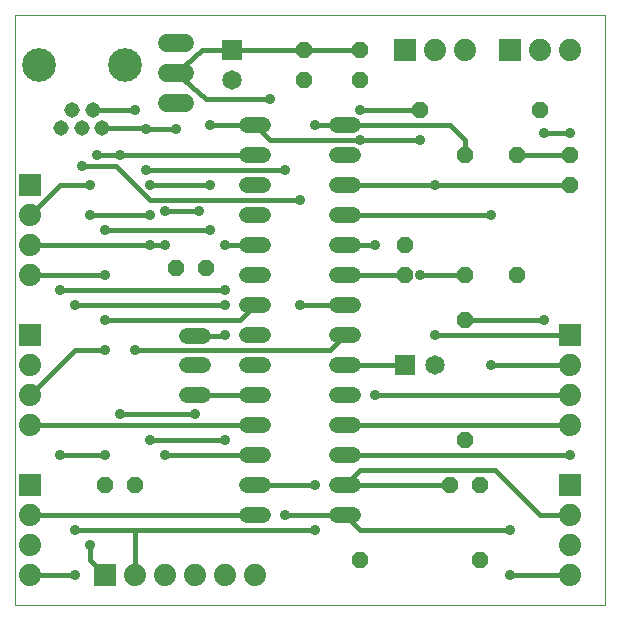
<source format=gtl>
G75*
G70*
%OFA0B0*%
%FSLAX24Y24*%
%IPPOS*%
%LPD*%
%AMOC8*
5,1,8,0,0,1.08239X$1,22.5*
%
%ADD10C,0.0000*%
%ADD11C,0.0520*%
%ADD12C,0.0515*%
%ADD13C,0.1122*%
%ADD14R,0.0740X0.0740*%
%ADD15C,0.0740*%
%ADD16C,0.0600*%
%ADD17OC8,0.0520*%
%ADD18R,0.0650X0.0650*%
%ADD19C,0.0650*%
%ADD20C,0.0160*%
%ADD21C,0.0357*%
D10*
X000181Y000181D02*
X000181Y019866D01*
X019866Y019866D01*
X019866Y000181D01*
X000181Y000181D01*
D11*
X005921Y007197D02*
X006441Y007197D01*
X006441Y008181D02*
X005921Y008181D01*
X005921Y009166D02*
X006441Y009166D01*
X007921Y009181D02*
X008441Y009181D01*
X008441Y008181D02*
X007921Y008181D01*
X007921Y007181D02*
X008441Y007181D01*
X008441Y006181D02*
X007921Y006181D01*
X007921Y005181D02*
X008441Y005181D01*
X008441Y004181D02*
X007921Y004181D01*
X007921Y003181D02*
X008441Y003181D01*
X010921Y003181D02*
X011441Y003181D01*
X011441Y004181D02*
X010921Y004181D01*
X010921Y005181D02*
X011441Y005181D01*
X011441Y006181D02*
X010921Y006181D01*
X010921Y007181D02*
X011441Y007181D01*
X011441Y008181D02*
X010921Y008181D01*
X010921Y009181D02*
X011441Y009181D01*
X011441Y010181D02*
X010921Y010181D01*
X010921Y011181D02*
X011441Y011181D01*
X011441Y012181D02*
X010921Y012181D01*
X010921Y013181D02*
X011441Y013181D01*
X011441Y014181D02*
X010921Y014181D01*
X010921Y015181D02*
X011441Y015181D01*
X011441Y016181D02*
X010921Y016181D01*
X008441Y016181D02*
X007921Y016181D01*
X007921Y015181D02*
X008441Y015181D01*
X008441Y014181D02*
X007921Y014181D01*
X007921Y013181D02*
X008441Y013181D01*
X008441Y012181D02*
X007921Y012181D01*
X007921Y011181D02*
X008441Y011181D01*
X008441Y010181D02*
X007921Y010181D01*
D12*
X003101Y016081D03*
X002431Y016081D03*
X002101Y016701D03*
X002791Y016701D03*
X001731Y016081D03*
D13*
X000994Y018181D03*
X003868Y018181D03*
D14*
X000681Y014181D03*
X000681Y009181D03*
X000681Y004181D03*
X003181Y001181D03*
X018681Y004181D03*
X018681Y009181D03*
X016681Y018681D03*
X013181Y018681D03*
D15*
X014181Y018681D03*
X015181Y018681D03*
X017681Y018681D03*
X018681Y018681D03*
X018681Y008181D03*
X018681Y007181D03*
X018681Y006181D03*
X018681Y003181D03*
X018681Y002181D03*
X018681Y001181D03*
X008181Y001181D03*
X007181Y001181D03*
X006181Y001181D03*
X005181Y001181D03*
X004181Y001181D03*
X000681Y001181D03*
X000681Y002181D03*
X000681Y003181D03*
X000681Y006181D03*
X000681Y007181D03*
X000681Y008181D03*
X000681Y011181D03*
X000681Y012181D03*
X000681Y013181D03*
D16*
X005256Y016931D02*
X005856Y016931D01*
X005856Y017931D02*
X005256Y017931D01*
X005256Y018931D02*
X005856Y018931D01*
D17*
X009806Y018681D03*
X009806Y017681D03*
X011681Y017681D03*
X011681Y018681D03*
X013681Y016681D03*
X015181Y015181D03*
X016931Y015181D03*
X017681Y016681D03*
X018681Y015181D03*
X018681Y014181D03*
X016931Y011181D03*
X015181Y011181D03*
X015181Y009681D03*
X013181Y011181D03*
X013181Y012181D03*
X015181Y005681D03*
X014681Y004181D03*
X015681Y004181D03*
X015681Y001681D03*
X011681Y001681D03*
X004181Y004181D03*
X003181Y004181D03*
X005556Y011431D03*
X006556Y011431D03*
D18*
X013181Y008181D03*
X007431Y018681D03*
D19*
X007431Y017681D03*
X014181Y008181D03*
D20*
X014181Y009181D02*
X018681Y009181D01*
X017806Y009681D02*
X015181Y009681D01*
X015181Y011181D02*
X013681Y011181D01*
X013181Y011181D02*
X011181Y011181D01*
X011181Y010181D02*
X009681Y010181D01*
X010681Y008681D02*
X011181Y009181D01*
X010681Y008681D02*
X004181Y008681D01*
X003181Y008681D02*
X002181Y008681D01*
X000681Y007181D01*
X000681Y006181D02*
X008181Y006181D01*
X008181Y005181D02*
X005181Y005181D01*
X004681Y005681D02*
X007181Y005681D01*
X006181Y006556D02*
X003681Y006556D01*
X003181Y005181D02*
X001681Y005181D01*
X000681Y003181D02*
X008181Y003181D01*
X008181Y004181D02*
X010181Y004181D01*
X011181Y004181D02*
X011681Y004681D01*
X016181Y004681D01*
X017681Y003181D01*
X018681Y003181D01*
X018681Y001181D02*
X016681Y001181D01*
X016681Y002681D02*
X011681Y002681D01*
X011181Y003181D01*
X009181Y003181D01*
X010181Y002681D02*
X004181Y002681D01*
X002181Y002681D01*
X002681Y002181D02*
X002681Y001681D01*
X003181Y001181D01*
X002181Y001181D02*
X000681Y001181D01*
X004181Y001181D02*
X004181Y002681D01*
X006197Y007181D02*
X006181Y007197D01*
X006197Y007181D02*
X008181Y007181D01*
X007166Y009166D02*
X006181Y009166D01*
X007166Y009166D02*
X007181Y009181D01*
X007681Y009681D02*
X008181Y010181D01*
X007681Y009681D02*
X003181Y009681D01*
X002181Y010181D02*
X007181Y010181D01*
X007181Y010681D02*
X001681Y010681D01*
X000681Y011181D02*
X003181Y011181D01*
X003181Y012681D02*
X006681Y012681D01*
X007181Y012181D02*
X008181Y012181D01*
X009681Y013681D02*
X004681Y013681D01*
X003556Y014806D01*
X002431Y014806D01*
X002931Y015181D02*
X003681Y015181D01*
X008181Y015181D01*
X008681Y015681D02*
X008181Y016181D01*
X006681Y016181D01*
X006556Y017056D02*
X005556Y017931D01*
X006431Y018681D01*
X007431Y018681D01*
X009806Y018681D01*
X011681Y018681D01*
X011681Y016681D02*
X013681Y016681D01*
X013681Y015681D02*
X011681Y015681D01*
X008681Y015681D01*
X009181Y014681D02*
X004556Y014681D01*
X004681Y014181D02*
X006681Y014181D01*
X006306Y013306D02*
X005181Y013306D01*
X004681Y013181D02*
X002681Y013181D01*
X002681Y014181D02*
X001681Y014181D01*
X000681Y013181D01*
X000681Y012181D02*
X004681Y012181D01*
X005181Y012181D01*
X005556Y016056D02*
X004556Y016056D01*
X004531Y016081D01*
X003101Y016081D01*
X002791Y016701D02*
X004161Y016701D01*
X004181Y016681D01*
X006556Y017056D02*
X008681Y017056D01*
X010181Y016181D02*
X011181Y016181D01*
X014681Y016181D01*
X015181Y015681D01*
X015181Y015181D01*
X014181Y014181D02*
X018681Y014181D01*
X018681Y015181D02*
X016931Y015181D01*
X017806Y015931D02*
X018681Y015931D01*
X016056Y013181D02*
X011181Y013181D01*
X011181Y012181D02*
X012181Y012181D01*
X011181Y014181D02*
X014181Y014181D01*
X013181Y008181D02*
X011181Y008181D01*
X012181Y007181D02*
X018681Y007181D01*
X018681Y006181D02*
X011181Y006181D01*
X011181Y005181D02*
X018681Y005181D01*
X018681Y008181D02*
X016056Y008181D01*
X014681Y004181D02*
X011181Y004181D01*
D21*
X010181Y004181D03*
X009181Y003181D03*
X010181Y002681D03*
X007181Y005681D03*
X006181Y006556D03*
X005181Y005181D03*
X004681Y005681D03*
X003681Y006556D03*
X003181Y005181D03*
X001681Y005181D03*
X002181Y002681D03*
X002681Y002181D03*
X002181Y001181D03*
X003181Y008681D03*
X003181Y009681D03*
X002181Y010181D03*
X001681Y010681D03*
X003181Y011181D03*
X003181Y012681D03*
X002681Y013181D03*
X002681Y014181D03*
X002431Y014806D03*
X002931Y015181D03*
X003681Y015181D03*
X004556Y014681D03*
X004681Y014181D03*
X005181Y013306D03*
X004681Y013181D03*
X004681Y012181D03*
X005181Y012181D03*
X006306Y013306D03*
X006681Y012681D03*
X007181Y012181D03*
X007181Y010681D03*
X007181Y010181D03*
X007181Y009181D03*
X009681Y010181D03*
X012181Y012181D03*
X013681Y011181D03*
X014181Y009181D03*
X016056Y008181D03*
X017806Y009681D03*
X016056Y013181D03*
X014181Y014181D03*
X013681Y015681D03*
X011681Y015681D03*
X011681Y016681D03*
X010181Y016181D03*
X008681Y017056D03*
X006681Y016181D03*
X005556Y016056D03*
X004556Y016056D03*
X004181Y016681D03*
X006681Y014181D03*
X009181Y014681D03*
X009681Y013681D03*
X004181Y008681D03*
X012181Y007181D03*
X016681Y002681D03*
X016681Y001181D03*
X018681Y005181D03*
X018681Y015931D03*
X017806Y015931D03*
M02*

</source>
